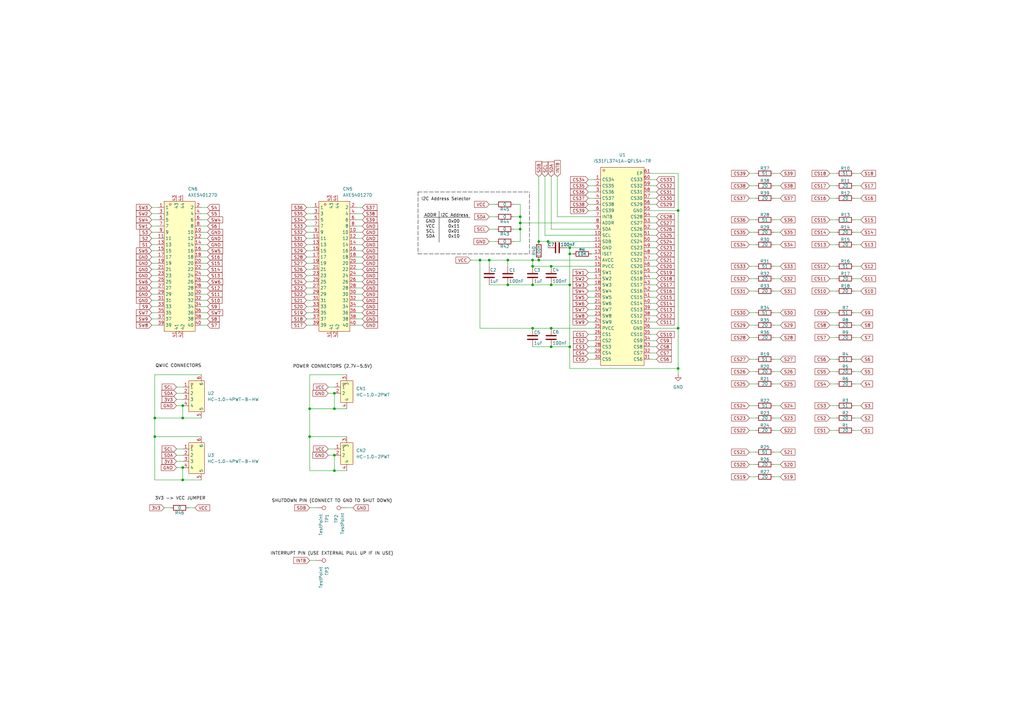
<source format=kicad_sch>
(kicad_sch (version 20250114) (generator "eeschema") (generator_version "9.0")
  (paper "A3")
  (title_block (title "ILM139CD") (date "27.4.2025.") (rev "V0.1.0") (company "EDrTech d.o.o."))
  (text "ADDR" (at 176.53 88.392 0) (effects (font (size 1.27 1.27))))
  (text "QWIIC CONNECTORS" (at 73.152 150.114 0) (effects (font (size 1.27 1.27))))
  (text "POWER CONNECTORS (2.7V-5.5V)" (at 136.398 150.368 0) (effects (font (size 1.27 1.27))))
  (text "3V3 -> VCC JUMPER" (at 73.914 204.47 0) (effects (font (size 1.27 1.27))))
  (text "SHUTDOWN PIN (CONNECT TO GND TO SHUT DOWN)" (at 136.144 205.486 0) (effects (font (size 1.27 1.27))))
  (text "INTERRUPT PIN (USE EXTERNAL PULL UP IF IN USE)" (at 136.144 227.076 0) (effects (font (size 1.27 1.27))))
  (text "GND\nVCC\nSCL\nSDA\n" (at 176.53 93.98 0) (effects (font (size 1.27 1.27))))
  (text "0x00\n0x11\n0x01\n0x10" (at 186.182 93.98 0) (effects (font (size 1.27 1.27))))
  (text "I2C Address" (at 186.436 88.392 0) (effects (font (size 1.27 1.27))))
  (junction (at 224.79 99.06))
  (junction (at 137.16 161.29))
  (junction (at 74.93 166.37))
  (junction (at 208.28 116.84))
  (junction (at 137.16 186.69))
  (junction (at 218.44 134.62))
  (junction (at 74.93 171.45))
  (junction (at 127 179.07))
  (junction (at 278.13 134.62))
  (junction (at 220.98 99.06))
  (junction (at 233.68 104.14))
  (junction (at 213.36 93.98))
  (junction (at 233.68 116.84))
  (junction (at 63.5 179.07))
  (junction (at 218.44 116.84))
  (junction (at 137.16 193.04))
  (junction (at 226.06 109.22))
  (junction (at 213.36 91.44))
  (junction (at 127 167.64))
  (junction (at 226.06 134.62))
  (junction (at 63.5 171.45))
  (junction (at 220.98 106.68))
  (junction (at 74.93 191.77))
  (junction (at 196.85 106.68))
  (junction (at 218.44 106.68))
  (junction (at 233.68 142.24))
  (junction (at 226.06 116.84))
  (junction (at 208.28 106.68))
  (junction (at 200.66 106.68))
  (junction (at 74.93 196.85))
  (junction (at 218.44 109.22))
  (junction (at 278.13 86.36))
  (junction (at 278.13 151.13))
  (junction (at 137.16 167.64))
  (junction (at 233.68 101.6))
  (junction (at 226.06 142.24))
  (junction (at 213.36 88.9))
  (wire (pts (xy 266.7 142.24) (xy 269.24 142.24)))
  (wire (pts (xy 340.36 76.2) (xy 342.9 76.2)))
  (wire (pts (xy 148.59 85.09) (xy 146.05 85.09)))
  (wire (pts (xy 72.39 186.69) (xy 74.93 186.69)))
  (wire (pts (xy 320.04 171.45) (xy 317.5 171.45)))
  (wire (pts (xy 128.27 97.79) (xy 125.73 97.79)))
  (wire (pts (xy 134.62 158.75) (xy 137.16 158.75)))
  (wire (pts (xy 200.66 83.82) (xy 203.2 83.82)))
  (wire (pts (xy 232.41 101.6) (xy 233.68 101.6)))
  (wire (pts (xy 266.7 124.46) (xy 269.24 124.46)))
  (wire (pts (xy 307.34 152.4) (xy 309.88 152.4)))
  (wire (pts (xy 228.6 88.9) (xy 243.84 88.9)))
  (wire (pts (xy 85.09 128.27) (xy 82.55 128.27)))
  (wire (pts (xy 223.52 72.39) (xy 223.52 96.52)))
  (wire (pts (xy 137.16 161.29) (xy 137.16 167.64)))
  (wire (pts (xy 148.59 120.65) (xy 146.05 120.65)))
  (wire (pts (xy 266.7 93.98) (xy 269.24 93.98)))
  (wire (pts (xy 128.27 113.03) (xy 125.73 113.03)))
  (wire (pts (xy 241.3 83.82) (xy 243.84 83.82)))
  (wire (pts (xy 226.06 72.39) (xy 226.06 93.98)))
  (wire (pts (xy 266.7 78.74) (xy 269.24 78.74)))
  (wire (pts (xy 128.27 133.35) (xy 125.73 133.35)))
  (wire (pts (xy 148.59 115.57) (xy 146.05 115.57)))
  (wire (pts (xy 353.06 76.2) (xy 350.52 76.2)))
  (wire (pts (xy 85.09 107.95) (xy 82.55 107.95)))
  (wire (pts (xy 353.06 147.32) (xy 350.52 147.32)))
  (wire (pts (xy 340.36 109.22) (xy 342.9 109.22)))
  (wire (pts (xy 74.93 191.77) (xy 74.93 196.85)))
  (wire (pts (xy 307.34 138.43) (xy 309.88 138.43)))
  (wire (pts (xy 340.36 81.28) (xy 342.9 81.28)))
  (wire (pts (xy 266.7 99.06) (xy 269.24 99.06)))
  (wire (pts (xy 85.09 115.57) (xy 82.55 115.57)))
  (wire (pts (xy 353.06 100.33) (xy 350.52 100.33)))
  (wire (pts (xy 129.54 208.28) (xy 127 208.28)))
  (wire (pts (xy 307.34 157.48) (xy 309.88 157.48)))
  (wire (pts (xy 353.06 95.25) (xy 350.52 95.25)))
  (wire (pts (xy 64.77 92.71) (xy 62.23 92.71)))
  (wire (pts (xy 85.09 130.81) (xy 82.55 130.81)))
  (wire (pts (xy 128.27 100.33) (xy 125.73 100.33)))
  (wire (pts (xy 241.3 114.3) (xy 243.84 114.3)))
  (wire (pts (xy 266.7 111.76) (xy 269.24 111.76)))
  (wire (pts (xy 64.77 115.57) (xy 62.23 115.57)))
  (wire (pts (xy 320.04 152.4) (xy 317.5 152.4)))
  (wire (pts (xy 127 193.04) (xy 137.16 193.04)))
  (wire (pts (xy 213.36 91.44) (xy 243.84 91.44)))
  (wire (pts (xy 72.39 158.75) (xy 74.93 158.75)))
  (wire (pts (xy 63.5 179.07) (xy 63.5 196.85)))
  (wire (pts (xy 64.77 95.25) (xy 62.23 95.25)))
  (wire (pts (xy 353.06 138.43) (xy 350.52 138.43)))
  (wire (pts (xy 226.06 142.24) (xy 233.68 142.24)))
  (wire (pts (xy 320.04 195.58) (xy 317.5 195.58)))
  (wire (pts (xy 307.34 195.58) (xy 309.88 195.58)))
  (wire (pts (xy 266.7 119.38) (xy 269.24 119.38)))
  (wire (pts (xy 82.55 95.25) (xy 85.09 95.25)))
  (wire (pts (xy 307.34 185.42) (xy 309.88 185.42)))
  (wire (pts (xy 193.04 106.68) (xy 196.85 106.68)))
  (wire (pts (xy 307.34 133.35) (xy 309.88 133.35)))
  (wire (pts (xy 148.59 118.11) (xy 146.05 118.11)))
  (wire (pts (xy 148.59 97.79) (xy 146.05 97.79)))
  (wire (pts (xy 148.59 90.17) (xy 146.05 90.17)))
  (wire (pts (xy 142.24 153.67) (xy 127 153.67)))
  (wire (pts (xy 278.13 151.13) (xy 278.13 134.62)))
  (wire (pts (xy 210.82 99.06) (xy 213.36 99.06)))
  (wire (pts (xy 64.77 128.27) (xy 62.23 128.27)))
  (wire (pts (xy 62.23 110.49) (xy 64.77 110.49)))
  (wire (pts (xy 278.13 151.13) (xy 278.13 153.67)))
  (wire (pts (xy 134.62 186.69) (xy 137.16 186.69)))
  (wire (pts (xy 307.34 90.17) (xy 309.88 90.17)))
  (wire (pts (xy 85.09 120.65) (xy 82.55 120.65)))
  (wire (pts (xy 266.7 144.78) (xy 269.24 144.78)))
  (wire (pts (xy 218.44 134.62) (xy 196.85 134.62)))
  (wire (pts (xy 353.06 109.22) (xy 350.52 109.22)))
  (wire (pts (xy 218.44 134.62) (xy 226.06 134.62)))
  (wire (pts (xy 200.66 106.68) (xy 200.66 109.22)))
  (wire (pts (xy 128.27 92.71) (xy 125.73 92.71)))
  (wire (pts (xy 85.09 133.35) (xy 82.55 133.35)))
  (wire (pts (xy 148.59 102.87) (xy 146.05 102.87)))
  (wire (pts (xy 307.34 81.28) (xy 309.88 81.28)))
  (wire (pts (xy 353.06 81.28) (xy 350.52 81.28)))
  (wire (pts (xy 128.27 128.27) (xy 125.73 128.27)))
  (wire (pts (xy 241.3 111.76) (xy 243.84 111.76)))
  (wire (pts (xy 200.66 116.84) (xy 208.28 116.84)))
  (wire (pts (xy 128.27 95.25) (xy 125.73 95.25)))
  (wire (pts (xy 320.04 190.5) (xy 317.5 190.5)))
  (wire (pts (xy 307.34 176.53) (xy 309.88 176.53)))
  (wire (pts (xy 353.06 119.38) (xy 350.52 119.38)))
  (wire (pts (xy 266.7 109.22) (xy 269.24 109.22)))
  (wire (pts (xy 223.52 96.52) (xy 243.84 96.52)))
  (wire (pts (xy 64.77 97.79) (xy 62.23 97.79)))
  (wire (pts (xy 224.79 99.06) (xy 224.79 101.6)))
  (wire (pts (xy 266.7 81.28) (xy 269.24 81.28)))
  (wire (pts (xy 307.34 119.38) (xy 309.88 119.38)))
  (wire (pts (xy 241.3 142.24) (xy 243.84 142.24)))
  (wire (pts (xy 72.39 166.37) (xy 74.93 166.37)))
  (wire (pts (xy 307.34 166.37) (xy 309.88 166.37)))
  (wire (pts (xy 64.77 87.63) (xy 62.23 87.63)))
  (wire (pts (xy 307.34 171.45) (xy 309.88 171.45)))
  (wire (pts (xy 340.36 157.48) (xy 342.9 157.48)))
  (wire (pts (xy 353.06 152.4) (xy 350.52 152.4)))
  (wire (pts (xy 307.34 109.22) (xy 309.88 109.22)))
  (wire (pts (xy 85.09 125.73) (xy 82.55 125.73)))
  (wire (pts (xy 278.13 71.12) (xy 278.13 86.36)))
  (wire (pts (xy 353.06 176.53) (xy 350.52 176.53)))
  (wire (pts (xy 62.23 113.03) (xy 64.77 113.03)))
  (wire (pts (xy 74.93 196.85) (xy 82.55 196.85)))
  (wire (pts (xy 137.16 186.69) (xy 137.16 193.04)))
  (wire (pts (xy 128.27 85.09) (xy 125.73 85.09)))
  (wire (pts (xy 241.3 137.16) (xy 243.84 137.16)))
  (wire (pts (xy 320.04 114.3) (xy 317.5 114.3)))
  (wire (pts (xy 340.36 114.3) (xy 342.9 114.3)))
  (wire (pts (xy 128.27 90.17) (xy 125.73 90.17)))
  (wire (pts (xy 266.7 137.16) (xy 269.24 137.16)))
  (wire (pts (xy 82.55 179.07) (xy 63.5 179.07)))
  (wire (pts (xy 266.7 116.84) (xy 269.24 116.84)))
  (wire (pts (xy 266.7 121.92) (xy 269.24 121.92)))
  (wire (pts (xy 226.06 93.98) (xy 243.84 93.98)))
  (wire (pts (xy 320.04 147.32) (xy 317.5 147.32)))
  (polyline (pts (xy 217.17 104.14) (xy 217.17 78.74)) (stroke (width 0) (type dash) (color 0 0 0 1)))
  (wire (pts (xy 213.36 88.9) (xy 213.36 83.82)))
  (wire (pts (xy 233.68 101.6) (xy 233.68 104.14)))
  (wire (pts (xy 233.68 104.14) (xy 233.68 116.84)))
  (wire (pts (xy 62.23 120.65) (xy 64.77 120.65)))
  (wire (pts (xy 340.36 147.32) (xy 342.9 147.32)))
  (wire (pts (xy 220.98 106.68) (xy 243.84 106.68)))
  (wire (pts (xy 196.85 106.68) (xy 196.85 134.62)))
  (wire (pts (xy 218.44 142.24) (xy 226.06 142.24)))
  (wire (pts (xy 233.68 142.24) (xy 233.68 151.13)))
  (wire (pts (xy 85.09 90.17) (xy 82.55 90.17)))
  (wire (pts (xy 64.77 133.35) (xy 62.23 133.35)))
  (wire (pts (xy 220.98 72.39) (xy 220.98 99.06)))
  (wire (pts (xy 62.23 100.33) (xy 64.77 100.33)))
  (wire (pts (xy 210.82 93.98) (xy 213.36 93.98)))
  (wire (pts (xy 307.34 100.33) (xy 309.88 100.33)))
  (wire (pts (xy 148.59 113.03) (xy 146.05 113.03)))
  (wire (pts (xy 142.24 208.28) (xy 144.78 208.28)))
  (wire (pts (xy 320.04 166.37) (xy 317.5 166.37)))
  (wire (pts (xy 82.55 153.67) (xy 63.5 153.67)))
  (wire (pts (xy 196.85 106.68) (xy 200.66 106.68)))
  (wire (pts (xy 307.34 114.3) (xy 309.88 114.3)))
  (wire (pts (xy 226.06 134.62) (xy 243.84 134.62)))
  (wire (pts (xy 72.39 161.29) (xy 74.93 161.29)))
  (wire (pts (xy 142.24 179.07) (xy 127 179.07)))
  (wire (pts (xy 226.06 109.22) (xy 243.84 109.22)))
  (wire (pts (xy 320.04 133.35) (xy 317.5 133.35)))
  (wire (pts (xy 353.06 128.27) (xy 350.52 128.27)))
  (wire (pts (xy 85.09 110.49) (xy 82.55 110.49)))
  (wire (pts (xy 62.23 123.19) (xy 64.77 123.19)))
  (wire (pts (xy 307.34 128.27) (xy 309.88 128.27)))
  (wire (pts (xy 129.54 229.87) (xy 127 229.87)))
  (wire (pts (xy 243.84 101.6) (xy 233.68 101.6)))
  (polyline (pts (xy 180.086 86.614) (xy 180.086 99.314)) (stroke (width 0) (color 0 0 0 1)))
  (polyline (pts (xy 173.736 89.154) (xy 192.786 89.154)) (stroke (width 0) (color 0 0 0 1)))
  (wire (pts (xy 148.59 130.81) (xy 146.05 130.81)))
  (wire (pts (xy 266.7 101.6) (xy 269.24 101.6)))
  (wire (pts (xy 63.5 196.85) (xy 74.93 196.85)))
  (wire (pts (xy 128.27 110.49) (xy 125.73 110.49)))
  (wire (pts (xy 233.68 116.84) (xy 233.68 142.24)))
  (wire (pts (xy 72.39 191.77) (xy 74.93 191.77)))
  (wire (pts (xy 241.3 132.08) (xy 243.84 132.08)))
  (wire (pts (xy 148.59 107.95) (xy 146.05 107.95)))
  (wire (pts (xy 340.36 71.12) (xy 342.9 71.12)))
  (wire (pts (xy 340.36 100.33) (xy 342.9 100.33)))
  (wire (pts (xy 128.27 130.81) (xy 125.73 130.81)))
  (wire (pts (xy 85.09 123.19) (xy 82.55 123.19)))
  (wire (pts (xy 64.77 130.81) (xy 62.23 130.81)))
  (wire (pts (xy 320.04 185.42) (xy 317.5 185.42)))
  (wire (pts (xy 63.5 171.45) (xy 74.93 171.45)))
  (wire (pts (xy 218.44 106.68) (xy 220.98 106.68)))
  (wire (pts (xy 340.36 133.35) (xy 342.9 133.35)))
  (wire (pts (xy 233.68 104.14) (xy 234.95 104.14)))
  (wire (pts (xy 266.7 91.44) (xy 269.24 91.44)))
  (wire (pts (xy 137.16 167.64) (xy 142.24 167.64)))
  (wire (pts (xy 278.13 86.36) (xy 266.7 86.36)))
  (wire (pts (xy 85.09 87.63) (xy 82.55 87.63)))
  (wire (pts (xy 218.44 106.68) (xy 218.44 109.22)))
  (wire (pts (xy 340.36 95.25) (xy 342.9 95.25)))
  (wire (pts (xy 266.7 71.12) (xy 278.13 71.12)))
  (wire (pts (xy 128.27 87.63) (xy 125.73 87.63)))
  (polyline (pts (xy 171.45 78.74) (xy 217.17 78.74)) (stroke (width 0) (type dash) (color 0 0 0 1)))
  (wire (pts (xy 340.36 171.45) (xy 342.9 171.45)))
  (wire (pts (xy 63.5 153.67) (xy 63.5 171.45)))
  (wire (pts (xy 233.68 151.13) (xy 278.13 151.13)))
  (wire (pts (xy 320.04 81.28) (xy 317.5 81.28)))
  (wire (pts (xy 213.36 83.82) (xy 210.82 83.82)))
  (wire (pts (xy 307.34 71.12) (xy 309.88 71.12)))
  (wire (pts (xy 241.3 124.46) (xy 243.84 124.46)))
  (wire (pts (xy 320.04 100.33) (xy 317.5 100.33)))
  (wire (pts (xy 320.04 138.43) (xy 317.5 138.43)))
  (wire (pts (xy 241.3 129.54) (xy 243.84 129.54)))
  (wire (pts (xy 148.59 95.25) (xy 146.05 95.25)))
  (wire (pts (xy 266.7 127) (xy 269.24 127)))
  (wire (pts (xy 82.55 100.33) (xy 85.09 100.33)))
  (wire (pts (xy 241.3 121.92) (xy 243.84 121.92)))
  (wire (pts (xy 320.04 71.12) (xy 317.5 71.12)))
  (wire (pts (xy 148.59 110.49) (xy 146.05 110.49)))
  (wire (pts (xy 307.34 95.25) (xy 309.88 95.25)))
  (wire (pts (xy 320.04 90.17) (xy 317.5 90.17)))
  (wire (pts (xy 226.06 116.84) (xy 233.68 116.84)))
  (wire (pts (xy 134.62 184.15) (xy 137.16 184.15)))
  (wire (pts (xy 62.23 107.95) (xy 64.77 107.95)))
  (wire (pts (xy 128.27 115.57) (xy 125.73 115.57)))
  (wire (pts (xy 242.57 104.14) (xy 243.84 104.14)))
  (wire (pts (xy 210.82 88.9) (xy 213.36 88.9)))
  (wire (pts (xy 307.34 76.2) (xy 309.88 76.2)))
  (wire (pts (xy 213.36 91.44) (xy 213.36 88.9)))
  (polyline (pts (xy 171.45 78.74) (xy 171.45 104.14)) (stroke (width 0) (type dash) (color 0 0 0 1)))
  (wire (pts (xy 85.09 118.11) (xy 82.55 118.11)))
  (wire (pts (xy 220.98 99.06) (xy 224.79 99.06)))
  (wire (pts (xy 241.3 144.78) (xy 243.84 144.78)))
  (wire (pts (xy 208.28 116.84) (xy 218.44 116.84)))
  (wire (pts (xy 72.39 184.15) (xy 74.93 184.15)))
  (wire (pts (xy 67.31 208.28) (xy 69.85 208.28)))
  (wire (pts (xy 241.3 76.2) (xy 243.84 76.2)))
  (wire (pts (xy 64.77 102.87) (xy 62.23 102.87)))
  (wire (pts (xy 218.44 116.84) (xy 226.06 116.84)))
  (wire (pts (xy 85.09 113.03) (xy 82.55 113.03)))
  (wire (pts (xy 340.36 128.27) (xy 342.9 128.27)))
  (wire (pts (xy 127 153.67) (xy 127 167.64)))
  (wire (pts (xy 266.7 147.32) (xy 269.24 147.32)))
  (wire (pts (xy 266.7 114.3) (xy 269.24 114.3)))
  (wire (pts (xy 241.3 127) (xy 243.84 127)))
  (wire (pts (xy 64.77 125.73) (xy 62.23 125.73)))
  (wire (pts (xy 127 167.64) (xy 127 179.07)))
  (wire (pts (xy 148.59 105.41) (xy 146.05 105.41)))
  (wire (pts (xy 340.36 119.38) (xy 342.9 119.38)))
  (wire (pts (xy 128.27 105.41) (xy 125.73 105.41)))
  (wire (pts (xy 340.36 90.17) (xy 342.9 90.17)))
  (wire (pts (xy 137.16 193.04) (xy 142.24 193.04)))
  (wire (pts (xy 266.7 73.66) (xy 269.24 73.66)))
  (wire (pts (xy 266.7 132.08) (xy 269.24 132.08)))
  (wire (pts (xy 200.66 99.06) (xy 203.2 99.06)))
  (wire (pts (xy 85.09 105.41) (xy 82.55 105.41)))
  (wire (pts (xy 72.39 163.83) (xy 74.93 163.83)))
  (wire (pts (xy 320.04 76.2) (xy 317.5 76.2)))
  (wire (pts (xy 200.66 93.98) (xy 203.2 93.98)))
  (wire (pts (xy 85.09 102.87) (xy 82.55 102.87)))
  (wire (pts (xy 266.7 83.82) (xy 269.24 83.82)))
  (wire (pts (xy 85.09 92.71) (xy 82.55 92.71)))
  (wire (pts (xy 320.04 119.38) (xy 317.5 119.38)))
  (wire (pts (xy 353.06 171.45) (xy 350.52 171.45)))
  (wire (pts (xy 241.3 81.28) (xy 243.84 81.28)))
  (wire (pts (xy 353.06 157.48) (xy 350.52 157.48)))
  (wire (pts (xy 82.55 97.79) (xy 85.09 97.79)))
  (wire (pts (xy 62.23 105.41) (xy 64.77 105.41)))
  (wire (pts (xy 353.06 114.3) (xy 350.52 114.3)))
  (wire (pts (xy 218.44 109.22) (xy 226.06 109.22)))
  (wire (pts (xy 320.04 109.22) (xy 317.5 109.22)))
  (wire (pts (xy 64.77 90.17) (xy 62.23 90.17)))
  (wire (pts (xy 241.3 139.7) (xy 243.84 139.7)))
  (wire (pts (xy 307.34 147.32) (xy 309.88 147.32)))
  (wire (pts (xy 241.3 78.74) (xy 243.84 78.74)))
  (wire (pts (xy 278.13 86.36) (xy 278.13 134.62)))
  (wire (pts (xy 148.59 128.27) (xy 146.05 128.27)))
  (wire (pts (xy 148.59 100.33) (xy 146.05 100.33)))
  (wire (pts (xy 224.79 99.06) (xy 243.84 99.06)))
  (wire (pts (xy 74.93 171.45) (xy 82.55 171.45)))
  (wire (pts (xy 200.66 88.9) (xy 203.2 88.9)))
  (wire (pts (xy 127 167.64) (xy 137.16 167.64)))
  (wire (pts (xy 266.7 104.14) (xy 269.24 104.14)))
  (wire (pts (xy 128.27 107.95) (xy 125.73 107.95)))
  (wire (pts (xy 266.7 129.54) (xy 269.24 129.54)))
  (wire (pts (xy 134.62 161.29) (xy 137.16 161.29)))
  (wire (pts (xy 340.36 166.37) (xy 342.9 166.37)))
  (wire (pts (xy 62.23 118.11) (xy 64.77 118.11)))
  (wire (pts (xy 148.59 133.35) (xy 146.05 133.35)))
  (wire (pts (xy 241.3 73.66) (xy 243.84 73.66)))
  (wire (pts (xy 128.27 123.19) (xy 125.73 123.19)))
  (wire (pts (xy 320.04 157.48) (xy 317.5 157.48)))
  (polyline (pts (xy 171.45 104.14) (xy 217.17 104.14)) (stroke (width 0) (type dash) (color 0 0 0 1)))
  (wire (pts (xy 208.28 106.68) (xy 208.28 109.22)))
  (wire (pts (xy 320.04 176.53) (xy 317.5 176.53)))
  (wire (pts (xy 278.13 134.62) (xy 266.7 134.62)))
  (wire (pts (xy 266.7 139.7) (xy 269.24 139.7)))
  (wire (pts (xy 208.28 106.68) (xy 218.44 106.68)))
  (wire (pts (xy 307.34 190.5) (xy 309.88 190.5)))
  (wire (pts (xy 266.7 88.9) (xy 269.24 88.9)))
  (wire (pts (xy 340.36 138.43) (xy 342.9 138.43)))
  (wire (pts (xy 77.47 208.28) (xy 80.01 208.28)))
  (wire (pts (xy 340.36 152.4) (xy 342.9 152.4)))
  (wire (pts (xy 128.27 102.87) (xy 125.73 102.87)))
  (wire (pts (xy 64.77 85.09) (xy 62.23 85.09)))
  (wire (pts (xy 353.06 90.17) (xy 350.52 90.17)))
  (wire (pts (xy 213.36 99.06) (xy 213.36 93.98)))
  (wire (pts (xy 200.66 106.68) (xy 208.28 106.68)))
  (wire (pts (xy 85.09 85.09) (xy 82.55 85.09)))
  (wire (pts (xy 148.59 87.63) (xy 146.05 87.63)))
  (wire (pts (xy 74.93 166.37) (xy 74.93 171.45)))
  (wire (pts (xy 213.36 93.98) (xy 213.36 91.44)))
  (wire (pts (xy 340.36 176.53) (xy 342.9 176.53)))
  (wire (pts (xy 128.27 118.11) (xy 125.73 118.11)))
  (wire (pts (xy 241.3 147.32) (xy 243.84 147.32)))
  (wire (pts (xy 228.6 72.39) (xy 228.6 88.9)))
  (wire (pts (xy 148.59 123.19) (xy 146.05 123.19)))
  (wire (pts (xy 241.3 86.36) (xy 243.84 86.36)))
  (wire (pts (xy 63.5 179.07) (xy 63.5 171.45)))
  (wire (pts (xy 127 179.07) (xy 127 193.04)))
  (wire (pts (xy 266.7 106.68) (xy 269.24 106.68)))
  (wire (pts (xy 148.59 125.73) (xy 146.05 125.73)))
  (wire (pts (xy 241.3 119.38) (xy 243.84 119.38)))
  (wire (pts (xy 148.59 92.71) (xy 146.05 92.71)))
  (wire (pts (xy 320.04 95.25) (xy 317.5 95.25)))
  (wire (pts (xy 72.39 189.23) (xy 74.93 189.23)))
  (wire (pts (xy 353.06 133.35) (xy 350.52 133.35)))
  (wire (pts (xy 266.7 76.2) (xy 269.24 76.2)))
  (wire (pts (xy 353.06 71.12) (xy 350.52 71.12)))
  (wire (pts (xy 266.7 96.52) (xy 269.24 96.52)))
  (wire (pts (xy 128.27 125.73) (xy 125.73 125.73)))
  (wire (pts (xy 320.04 128.27) (xy 317.5 128.27)))
  (wire (pts (xy 128.27 120.65) (xy 125.73 120.65)))
  (wire (pts (xy 353.06 166.37) (xy 350.52 166.37)))
  (wire (pts (xy 241.3 116.84) (xy 243.84 116.84)))
  (label "I2C Address Selector" (at 172.72 82.55 0))
  (global_label "GND" (shape input) (at 148.59 105.41 0) (property "Intersheetrefs" "${INTERSHEET_REFS}" (effects (hide yes))))
  (global_label "GND" (shape input) (at 62.23 110.49 180) (property "Intersheetrefs" "${INTERSHEET_REFS}" (effects (hide yes))))
  (global_label "SDB" (shape input) (at 127 208.28 180) (property "Intersheetrefs" "${INTERSHEET_REFS}" (effects (hide yes))))
  (global_label "INTB" (shape input) (at 228.6 72.39 90) (property "Intersheetrefs" "${INTERSHEET_REFS}" (effects (hide yes))))
  (global_label "CS4" (shape input) (at 340.36 157.48 180) (property "Intersheetrefs" "${INTERSHEET_REFS}" (effects (hide yes))))
  (global_label "GND" (shape input) (at 200.66 99.06 180) (property "Intersheetrefs" "${INTERSHEET_REFS}" (effects (hide yes))))
  (global_label "S1" (shape input) (at 353.06 176.53 0) (property "Intersheetrefs" "${INTERSHEET_REFS}" (effects (hide yes))))
  (global_label "CS32" (shape input) (at 269.24 76.2 0) (property "Intersheetrefs" "${INTERSHEET_REFS}" (effects (hide yes))))
  (global_label "GND" (shape input) (at 148.59 110.49 0) (property "Intersheetrefs" "${INTERSHEET_REFS}" (effects (hide yes))))
  (global_label "SW6" (shape input) (at 62.23 115.57 180) (property "Intersheetrefs" "${INTERSHEET_REFS}" (effects (hide yes))))
  (global_label "S32" (shape input) (at 320.04 114.3 0) (property "Intersheetrefs" "${INTERSHEET_REFS}" (effects (hide yes))))
  (global_label "CS24" (shape input) (at 269.24 99.06 0) (property "Intersheetrefs" "${INTERSHEET_REFS}" (effects (hide yes))))
  (global_label "S19" (shape input) (at 125.73 128.27 180) (property "Intersheetrefs" "${INTERSHEET_REFS}" (effects (hide yes))))
  (global_label "CS13" (shape input) (at 269.24 127 0) (property "Intersheetrefs" "${INTERSHEET_REFS}" (effects (hide yes))))
  (global_label "CS36" (shape input) (at 307.34 90.17 180) (property "Intersheetrefs" "${INTERSHEET_REFS}" (effects (hide yes))))
  (global_label "S2" (shape input) (at 353.06 171.45 0) (property "Intersheetrefs" "${INTERSHEET_REFS}" (effects (hide yes))))
  (global_label "CS35" (shape input) (at 307.34 95.25 180) (property "Intersheetrefs" "${INTERSHEET_REFS}" (effects (hide yes))))
  (global_label "S22" (shape input) (at 320.04 176.53 0) (property "Intersheetrefs" "${INTERSHEET_REFS}" (effects (hide yes))))
  (global_label "CS3" (shape input) (at 241.3 142.24 180) (property "Intersheetrefs" "${INTERSHEET_REFS}" (effects (hide yes))))
  (global_label "S9" (shape input) (at 353.06 128.27 0) (property "Intersheetrefs" "${INTERSHEET_REFS}" (effects (hide yes))))
  (global_label "S26" (shape input) (at 125.73 110.49 180) (property "Intersheetrefs" "${INTERSHEET_REFS}" (effects (hide yes))))
  (global_label "S1" (shape input) (at 62.23 100.33 180) (property "Intersheetrefs" "${INTERSHEET_REFS}" (effects (hide yes))))
  (global_label "S32" (shape input) (at 125.73 95.25 180) (property "Intersheetrefs" "${INTERSHEET_REFS}" (effects (hide yes))))
  (global_label "S37" (shape input) (at 148.59 85.09 0) (property "Intersheetrefs" "${INTERSHEET_REFS}" (effects (hide yes))))
  (global_label "S20" (shape input) (at 125.73 125.73 180) (property "Intersheetrefs" "${INTERSHEET_REFS}" (effects (hide yes))))
  (global_label "S10" (shape input) (at 85.09 123.19 0) (property "Intersheetrefs" "${INTERSHEET_REFS}" (effects (hide yes))))
  (global_label "S11" (shape input) (at 85.09 120.65 0) (property "Intersheetrefs" "${INTERSHEET_REFS}" (effects (hide yes))))
  (global_label "SW8" (shape input) (at 241.3 129.54 180) (property "Intersheetrefs" "${INTERSHEET_REFS}" (effects (hide yes))))
  (global_label "CS28" (shape input) (at 269.24 88.9 0) (property "Intersheetrefs" "${INTERSHEET_REFS}" (effects (hide yes))))
  (global_label "SW2" (shape input) (at 241.3 114.3 180) (property "Intersheetrefs" "${INTERSHEET_REFS}" (effects (hide yes))))
  (global_label "CS9" (shape input) (at 269.24 139.7 0) (property "Intersheetrefs" "${INTERSHEET_REFS}" (effects (hide yes))))
  (global_label "CS2" (shape input) (at 340.36 171.45 180) (property "Intersheetrefs" "${INTERSHEET_REFS}" (effects (hide yes))))
  (global_label "GND" (shape input) (at 85.09 95.25 0) (property "Intersheetrefs" "${INTERSHEET_REFS}" (effects (hide yes))))
  (global_label "S31" (shape input) (at 320.04 119.38 0) (property "Intersheetrefs" "${INTERSHEET_REFS}" (effects (hide yes))))
  (global_label "S37" (shape input) (at 320.04 81.28 0) (property "Intersheetrefs" "${INTERSHEET_REFS}" (effects (hide yes))))
  (global_label "S23" (shape input) (at 320.04 171.45 0) (property "Intersheetrefs" "${INTERSHEET_REFS}" (effects (hide yes))))
  (global_label "S14" (shape input) (at 353.06 95.25 0) (property "Intersheetrefs" "${INTERSHEET_REFS}" (effects (hide yes))))
  (global_label "SW3" (shape input) (at 62.23 85.09 180) (property "Intersheetrefs" "${INTERSHEET_REFS}" (effects (hide yes))))
  (global_label "SW6" (shape input) (at 85.09 115.57 0) (property "Intersheetrefs" "${INTERSHEET_REFS}" (effects (hide yes))))
  (global_label "CS8" (shape input) (at 269.24 142.24 0) (property "Intersheetrefs" "${INTERSHEET_REFS}" (effects (hide yes))))
  (global_label "CS28" (shape input) (at 307.34 138.43 180) (property "Intersheetrefs" "${INTERSHEET_REFS}" (effects (hide yes))))
  (global_label "S9" (shape input) (at 85.09 125.73 0) (property "Intersheetrefs" "${INTERSHEET_REFS}" (effects (hide yes))))
  (global_label "SW5" (shape input) (at 85.09 102.87 0) (property "Intersheetrefs" "${INTERSHEET_REFS}" (effects (hide yes))))
  (global_label "CS12" (shape input) (at 269.24 129.54 0) (property "Intersheetrefs" "${INTERSHEET_REFS}" (effects (hide yes))))
  (global_label "CS14" (shape input) (at 269.24 124.46 0) (property "Intersheetrefs" "${INTERSHEET_REFS}" (effects (hide yes))))
  (global_label "S13" (shape input) (at 85.09 113.03 0) (property "Intersheetrefs" "${INTERSHEET_REFS}" (effects (hide yes))))
  (global_label "SCL" (shape input) (at 200.66 93.98 180) (property "Intersheetrefs" "${INTERSHEET_REFS}" (effects (hide yes))))
  (global_label "GND" (shape input) (at 148.5191 128.27 0) (property "Intersheetrefs" "${INTERSHEET_REFS}" (effects (hide yes))))
  (global_label "S34" (shape input) (at 320.04 100.33 0) (property "Intersheetrefs" "${INTERSHEET_REFS}" (effects (hide yes))))
  (global_label "S31" (shape input) (at 125.73 97.79 180) (property "Intersheetrefs" "${INTERSHEET_REFS}" (effects (hide yes))))
  (global_label "CS10" (shape input) (at 269.24 137.16 0) (property "Intersheetrefs" "${INTERSHEET_REFS}" (effects (hide yes))))
  (global_label "CS16" (shape input) (at 269.24 119.38 0) (property "Intersheetrefs" "${INTERSHEET_REFS}" (effects (hide yes))))
  (global_label "CS18" (shape input) (at 340.36 71.12 180) (property "Intersheetrefs" "${INTERSHEET_REFS}" (effects (hide yes))))
  (global_label "CS29" (shape input) (at 307.34 133.35 180) (property "Intersheetrefs" "${INTERSHEET_REFS}" (effects (hide yes))))
  (global_label "CS9" (shape input) (at 340.36 128.27 180) (property "Intersheetrefs" "${INTERSHEET_REFS}" (effects (hide yes))))
  (global_label "S35" (shape input) (at 125.73 87.63 180) (property "Intersheetrefs" "${INTERSHEET_REFS}" (effects (hide yes))))
  (global_label "GND" (shape input) (at 62.23 107.95 180) (property "Intersheetrefs" "${INTERSHEET_REFS}" (effects (hide yes))))
  (global_label "VCC" (shape input) (at 134.62 184.15 180) (property "Intersheetrefs" "${INTERSHEET_REFS}" (effects (hide yes))))
  (global_label "S11" (shape input) (at 353.06 114.3 0) (property "Intersheetrefs" "${INTERSHEET_REFS}" (effects (hide yes))))
  (global_label "S20" (shape input) (at 320.04 190.5 0) (property "Intersheetrefs" "${INTERSHEET_REFS}" (effects (hide yes))))
  (global_label "GND" (shape input) (at 148.59 113.03 0) (property "Intersheetrefs" "${INTERSHEET_REFS}" (effects (hide yes))))
  (global_label "S6" (shape input) (at 85.09 92.71 0) (property "Intersheetrefs" "${INTERSHEET_REFS}" (effects (hide yes))))
  (global_label "S17" (shape input) (at 125.73 133.35 180) (property "Intersheetrefs" "${INTERSHEET_REFS}" (effects (hide yes))))
  (global_label "CS38" (shape input) (at 307.34 76.2 180) (property "Intersheetrefs" "${INTERSHEET_REFS}" (effects (hide yes))))
  (global_label "S10" (shape input) (at 353.06 119.38 0) (property "Intersheetrefs" "${INTERSHEET_REFS}" (effects (hide yes))))
  (global_label "GND" (shape input) (at 72.39 191.77 180) (property "Intersheetrefs" "${INTERSHEET_REFS}" (effects (hide yes))))
  (global_label "CS8" (shape input) (at 340.36 133.35 180) (property "Intersheetrefs" "${INTERSHEET_REFS}" (effects (hide yes))))
  (global_label "SCL" (shape input) (at 223.52 72.39 90) (property "Intersheetrefs" "${INTERSHEET_REFS}" (effects (hide yes))))
  (global_label "S26" (shape input) (at 320.04 152.4 0) (property "Intersheetrefs" "${INTERSHEET_REFS}" (effects (hide yes))))
  (global_label "SW4" (shape input) (at 241.3 119.38 180) (property "Intersheetrefs" "${INTERSHEET_REFS}" (effects (hide yes))))
  (global_label "S28" (shape input) (at 320.04 138.43 0) (property "Intersheetrefs" "${INTERSHEET_REFS}" (effects (hide yes))))
  (global_label "CS24" (shape input) (at 307.34 166.37 180) (property "Intersheetrefs" "${INTERSHEET_REFS}" (effects (hide yes))))
  (global_label "CS30" (shape input) (at 269.24 81.28 0) (property "Intersheetrefs" "${INTERSHEET_REFS}" (effects (hide yes))))
  (global_label "S35" (shape input) (at 320.04 95.25 0) (property "Intersheetrefs" "${INTERSHEET_REFS}" (effects (hide yes))))
  (global_label "S15" (shape input) (at 85.09 107.95 0) (property "Intersheetrefs" "${INTERSHEET_REFS}" (effects (hide yes))))
  (global_label "CS19" (shape input) (at 307.34 195.58 180) (property "Intersheetrefs" "${INTERSHEET_REFS}" (effects (hide yes))))
  (global_label "S12" (shape input) (at 85.09 118.11 0) (property "Intersheetrefs" "${INTERSHEET_REFS}" (effects (hide yes))))
  (global_label "S24" (shape input) (at 320.04 166.37 0) (property "Intersheetrefs" "${INTERSHEET_REFS}" (effects (hide yes))))
  (global_label "GND" (shape input) (at 148.59 118.11 0) (property "Intersheetrefs" "${INTERSHEET_REFS}" (effects (hide yes))))
  (global_label "CS20" (shape input) (at 307.34 190.5 180) (property "Intersheetrefs" "${INTERSHEET_REFS}" (effects (hide yes))))
  (global_label "CS31" (shape input) (at 269.24 78.74 0) (property "Intersheetrefs" "${INTERSHEET_REFS}" (effects (hide yes))))
  (global_label "CS6" (shape input) (at 340.36 147.32 180) (property "Intersheetrefs" "${INTERSHEET_REFS}" (effects (hide yes))))
  (global_label "VCC" (shape input) (at 200.66 83.82 180) (property "Intersheetrefs" "${INTERSHEET_REFS}" (effects (hide yes))))
  (global_label "S7" (shape input) (at 85.09 133.35 0) (property "Intersheetrefs" "${INTERSHEET_REFS}" (effects (hide yes))))
  (global_label "CS5" (shape input) (at 241.3 147.32 180) (property "Intersheetrefs" "${INTERSHEET_REFS}" (effects (hide yes))))
  (global_label "SDB" (shape input) (at 220.98 72.39 90) (property "Intersheetrefs" "${INTERSHEET_REFS}" (effects (hide yes))))
  (global_label "GND" (shape input) (at 85.09 100.33 0) (property "Intersheetrefs" "${INTERSHEET_REFS}" (effects (hide yes))))
  (global_label "GND" (shape input) (at 134.62 161.29 180) (property "Intersheetrefs" "${INTERSHEET_REFS}" (effects (hide yes))))
  (global_label "CS15" (shape input) (at 269.24 121.92 0) (property "Intersheetrefs" "${INTERSHEET_REFS}" (effects (hide yes))))
  (global_label "S14" (shape input) (at 85.09 110.49 0) (property "Intersheetrefs" "${INTERSHEET_REFS}" (effects (hide yes))))
  (global_label "CS33" (shape input) (at 307.34 109.22 180) (property "Intersheetrefs" "${INTERSHEET_REFS}" (effects (hide yes))))
  (global_label "S13" (shape input) (at 353.06 100.33 0) (property "Intersheetrefs" "${INTERSHEET_REFS}" (effects (hide yes))))
  (global_label "S18" (shape input) (at 125.73 130.81 180) (property "Intersheetrefs" "${INTERSHEET_REFS}" (effects (hide yes))))
  (global_label "S8" (shape input) (at 353.06 133.35 0) (property "Intersheetrefs" "${INTERSHEET_REFS}" (effects (hide yes))))
  (global_label "CS20" (shape input) (at 269.24 109.22 0) (property "Intersheetrefs" "${INTERSHEET_REFS}" (effects (hide yes))))
  (global_label "CS16" (shape input) (at 340.36 81.28 180) (property "Intersheetrefs" "${INTERSHEET_REFS}" (effects (hide yes))))
  (global_label "S38" (shape input) (at 148.59 87.63 0) (property "Intersheetrefs" "${INTERSHEET_REFS}" (effects (hide yes))))
  (global_label "GND" (shape input) (at 148.59 120.65 0) (property "Intersheetrefs" "${INTERSHEET_REFS}" (effects (hide yes))))
  (global_label "SW1" (shape input) (at 241.3 111.76 180) (property "Intersheetrefs" "${INTERSHEET_REFS}" (effects (hide yes))))
  (global_label "CS6" (shape input) (at 269.24 147.32 0) (property "Intersheetrefs" "${INTERSHEET_REFS}" (effects (hide yes))))
  (global_label "S2" (shape input) (at 62.23 97.79 180) (property "Intersheetrefs" "${INTERSHEET_REFS}" (effects (hide yes))))
  (global_label "CS21" (shape input) (at 269.24 106.68 0) (property "Intersheetrefs" "${INTERSHEET_REFS}" (effects (hide yes))))
  (global_label "S15" (shape input) (at 353.06 90.17 0) (property "Intersheetrefs" "${INTERSHEET_REFS}" (effects (hide yes))))
  (global_label "CS5" (shape input) (at 340.36 152.4 180) (property "Intersheetrefs" "${INTERSHEET_REFS}" (effects (hide yes))))
  (global_label "S4" (shape input) (at 85.09 85.09 0) (property "Intersheetrefs" "${INTERSHEET_REFS}" (effects (hide yes))))
  (global_label "GND" (shape input) (at 148.59 97.79 0) (property "Intersheetrefs" "${INTERSHEET_REFS}" (effects (hide yes))))
  (global_label "SW5" (shape input) (at 241.3 121.92 180) (property "Intersheetrefs" "${INTERSHEET_REFS}" (effects (hide yes))))
  (global_label "SW5" (shape input) (at 62.23 102.87 180) (property "Intersheetrefs" "${INTERSHEET_REFS}" (effects (hide yes))))
  (global_label "S33" (shape input) (at 320.04 109.22 0) (property "Intersheetrefs" "${INTERSHEET_REFS}" (effects (hide yes))))
  (global_label "GND" (shape input) (at 148.59 125.73 0) (property "Intersheetrefs" "${INTERSHEET_REFS}" (effects (hide yes))))
  (global_label "GND" (shape input) (at 62.23 105.41 180) (property "Intersheetrefs" "${INTERSHEET_REFS}" (effects (hide yes))))
  (global_label "GND" (shape input) (at 62.23 120.65 180) (property "Intersheetrefs" "${INTERSHEET_REFS}" (effects (hide yes))))
  (global_label "S23" (shape input) (at 125.73 118.11 180) (property "Intersheetrefs" "${INTERSHEET_REFS}" (effects (hide yes))))
  (global_label "GND" (shape input) (at 148.59 100.33 0) (property "Intersheetrefs" "${INTERSHEET_REFS}" (effects (hide yes))))
  (global_label "CS37" (shape input) (at 241.3 81.28 180) (property "Intersheetrefs" "${INTERSHEET_REFS}" (effects (hide yes))))
  (global_label "VCC" (shape input) (at 80.01 208.28 0) (property "Intersheetrefs" "${INTERSHEET_REFS}" (effects (hide yes))))
  (global_label "CS22" (shape input) (at 269.24 104.14 0) (property "Intersheetrefs" "${INTERSHEET_REFS}" (effects (hide yes))))
  (global_label "GND" (shape input) (at 85.09 97.79 0) (property "Intersheetrefs" "${INTERSHEET_REFS}" (effects (hide yes))))
  (global_label "S29" (shape input) (at 320.04 133.35 0) (property "Intersheetrefs" "${INTERSHEET_REFS}" (effects (hide yes))))
  (global_label "VCC" (shape input) (at 134.62 158.75 180) (property "Intersheetrefs" "${INTERSHEET_REFS}" (effects (hide yes))))
  (global_label "S16" (shape input) (at 353.06 81.28 0) (property "Intersheetrefs" "${INTERSHEET_REFS}" (effects (hide yes))))
  (global_label "CS39" (shape input) (at 307.34 71.12 180) (property "Intersheetrefs" "${INTERSHEET_REFS}" (effects (hide yes))))
  (global_label "SW7" (shape input) (at 241.3 127 180) (property "Intersheetrefs" "${INTERSHEET_REFS}" (effects (hide yes))))
  (global_label "S39" (shape input) (at 320.04 71.12 0) (property "Intersheetrefs" "${INTERSHEET_REFS}" (effects (hide yes))))
  (global_label "S27" (shape input) (at 125.73 107.95 180) (property "Intersheetrefs" "${INTERSHEET_REFS}" (effects (hide yes))))
  (global_label "CS26" (shape input) (at 269.24 93.98 0) (property "Intersheetrefs" "${INTERSHEET_REFS}" (effects (hide yes))))
  (global_label "S5" (shape input) (at 85.09 87.63 0) (property "Intersheetrefs" "${INTERSHEET_REFS}" (effects (hide yes))))
  (global_label "S39" (shape input) (at 148.59 90.17 0) (property "Intersheetrefs" "${INTERSHEET_REFS}" (effects (hide yes))))
  (global_label "3V3" (shape input) (at 72.39 163.83 180) (property "Intersheetrefs" "${INTERSHEET_REFS}" (effects (hide yes))))
  (global_label "CS35" (shape input) (at 241.3 76.2 180) (property "Intersheetrefs" "${INTERSHEET_REFS}" (effects (hide yes))))
  (global_label "SW3" (shape input) (at 241.3 116.84 180) (property "Intersheetrefs" "${INTERSHEET_REFS}" (effects (hide yes))))
  (global_label "CS25" (shape input) (at 269.24 96.52 0) (property "Intersheetrefs" "${INTERSHEET_REFS}" (effects (hide yes))))
  (global_label "CS11" (shape input) (at 269.24 132.08 0) (property "Intersheetrefs" "${INTERSHEET_REFS}" (effects (hide yes))))
  (global_label "SW6" (shape input) (at 241.3 124.46 180) (property "Intersheetrefs" "${INTERSHEET_REFS}" (effects (hide yes))))
  (global_label "GND" (shape input) (at 62.23 113.03 180) (property "Intersheetrefs" "${INTERSHEET_REFS}" (effects (hide yes))))
  (global_label "CS32" (shape input) (at 307.34 114.3 180) (property "Intersheetrefs" "${INTERSHEET_REFS}" (effects (hide yes))))
  (global_label "S8" (shape input) (at 85.09 130.81 0) (property "Intersheetrefs" "${INTERSHEET_REFS}" (effects (hide yes))))
  (global_label "S36" (shape input) (at 320.04 90.17 0) (property "Intersheetrefs" "${INTERSHEET_REFS}" (effects (hide yes))))
  (global_label "GND" (shape input) (at 148.59 95.25 0) (property "Intersheetrefs" "${INTERSHEET_REFS}" (effects (hide yes))))
  (global_label "GND" (shape input) (at 72.39 166.37 180) (property "Intersheetrefs" "${INTERSHEET_REFS}" (effects (hide yes))))
  (global_label "GND" (shape input) (at 148.59 133.35 0) (property "Intersheetrefs" "${INTERSHEET_REFS}" (effects (hide yes))))
  (global_label "CS34" (shape input) (at 307.34 100.33 180) (property "Intersheetrefs" "${INTERSHEET_REFS}" (effects (hide yes))))
  (global_label "SW8" (shape input) (at 62.23 133.35 180) (property "Intersheetrefs" "${INTERSHEET_REFS}" (effects (hide yes))))
  (global_label "CS22" (shape input) (at 307.34 176.53 180) (property "Intersheetrefs" "${INTERSHEET_REFS}" (effects (hide yes))))
  (global_label "SW2" (shape input) (at 62.23 87.63 180) (property "Intersheetrefs" "${INTERSHEET_REFS}" (effects (hide yes))))
  (global_label "SW4" (shape input) (at 85.09 90.17 0) (property "Intersheetrefs" "${INTERSHEET_REFS}" (effects (hide yes))))
  (global_label "S22" (shape input) (at 125.73 120.65 180) (property "Intersheetrefs" "${INTERSHEET_REFS}" (effects (hide yes))))
  (global_label "CS27" (shape input) (at 269.24 91.44 0) (property "Intersheetrefs" "${INTERSHEET_REFS}" (effects (hide yes))))
  (global_label "SW7" (shape input) (at 62.23 128.27 180) (property "Intersheetrefs" "${INTERSHEET_REFS}" (effects (hide yes))))
  (global_label "GND" (shape input) (at 62.2474 118.11 180) (property "Intersheetrefs" "${INTERSHEET_REFS}" (effects (hide yes))))
  (global_label "CS13" (shape input) (at 340.36 100.33 180) (property "Intersheetrefs" "${INTERSHEET_REFS}" (effects (hide yes))))
  (global_label "S18" (shape input) (at 353.06 71.12 0) (property "Intersheetrefs" "${INTERSHEET_REFS}" (effects (hide yes))))
  (global_label "CS14" (shape input) (at 340.36 95.25 180) (property "Intersheetrefs" "${INTERSHEET_REFS}" (effects (hide yes))))
  (global_label "CS36" (shape input) (at 241.3 78.74 180) (property "Intersheetrefs" "${INTERSHEET_REFS}" (effects (hide yes))))
  (global_label "S16" (shape input) (at 85.09 105.41 0) (property "Intersheetrefs" "${INTERSHEET_REFS}" (effects (hide yes))))
  (global_label "GND" (shape input) (at 148.59 92.71 0) (property "Intersheetrefs" "${INTERSHEET_REFS}" (effects (hide yes))))
  (global_label "S21" (shape input) (at 125.73 123.19 180) (property "Intersheetrefs" "${INTERSHEET_REFS}" (effects (hide yes))))
  (global_label "SW4" (shape input) (at 62.23 90.17 180) (property "Intersheetrefs" "${INTERSHEET_REFS}" (effects (hide yes))))
  (global_label "3V3" (shape input) (at 72.39 189.23 180) (property "Intersheetrefs" "${INTERSHEET_REFS}" (effects (hide yes))))
  (global_label "CS34" (shape input) (at 241.3 73.66 180) (property "Intersheetrefs" "${INTERSHEET_REFS}" (effects (hide yes))))
  (global_label "S4" (shape input) (at 353.06 157.48 0) (property "Intersheetrefs" "${INTERSHEET_REFS}" (effects (hide yes))))
  (global_label "GND" (shape input) (at 148.59 115.57 0) (property "Intersheetrefs" "${INTERSHEET_REFS}" (effects (hide yes))))
  (global_label "S6" (shape input) (at 353.06 147.32 0) (property "Intersheetrefs" "${INTERSHEET_REFS}" (effects (hide yes))))
  (global_label "GND" (shape input) (at 148.59 130.81 0) (property "Intersheetrefs" "${INTERSHEET_REFS}" (effects (hide yes))))
  (global_label "SCL" (shape input) (at 72.39 158.75 180) (property "Intersheetrefs" "${INTERSHEET_REFS}" (effects (hide yes))))
  (global_label "S3" (shape input) (at 353.06 166.37 0) (property "Intersheetrefs" "${INTERSHEET_REFS}" (effects (hide yes))))
  (global_label "VCC" (shape input) (at 193.04 106.68 180) (property "Intersheetrefs" "${INTERSHEET_REFS}" (effects (hide yes))))
  (global_label "CS11" (shape input) (at 340.36 114.3 180) (property "Intersheetrefs" "${INTERSHEET_REFS}" (effects (hide yes))))
  (global_label "S17" (shape input) (at 353.06 76.2 0) (property "Intersheetrefs" "${INTERSHEET_REFS}" (effects (hide yes))))
  (global_label "CS17" (shape input) (at 340.36 76.2 180) (property "Intersheetrefs" "${INTERSHEET_REFS}" (effects (hide yes))))
  (global_label "INTB" (shape input) (at 127 229.87 180) (property "Intersheetrefs" "${INTERSHEET_REFS}" (effects (hide yes))))
  (global_label "S36" (shape input) (at 125.73 85.09 180) (property "Intersheetrefs" "${INTERSHEET_REFS}" (effects (hide yes))))
  (global_label "S33" (shape input) (at 125.73 92.71 180) (property "Intersheetrefs" "${INTERSHEET_REFS}" (effects (hide yes))))
  (global_label "CS3" (shape input) (at 340.36 166.37 180) (property "Intersheetrefs" "${INTERSHEET_REFS}" (effects (hide yes))))
  (global_label "CS12" (shape input) (at 340.36 109.22 180) (property "Intersheetrefs" "${INTERSHEET_REFS}" (effects (hide yes))))
  (global_label "GND" (shape input) (at 148.59 102.87 0) (property "Intersheetrefs" "${INTERSHEET_REFS}" (effects (hide yes))))
  (global_label "GND" (shape input) (at 144.78 208.28 0) (property "Intersheetrefs" "${INTERSHEET_REFS}" (effects (hide yes))))
  (global_label "GND" (shape input) (at 134.62 186.69 180) (property "Intersheetrefs" "${INTERSHEET_REFS}" (effects (hide yes))))
  (global_label "SDA" (shape input) (at 72.39 186.69 180) (property "Intersheetrefs" "${INTERSHEET_REFS}" (effects (hide yes))))
  (global_label "CS29" (shape input) (at 269.24 83.82 0) (property "Intersheetrefs" "${INTERSHEET_REFS}" (effects (hide yes))))
  (global_label "CS1" (shape input) (at 241.3 137.16 180) (property "Intersheetrefs" "${INTERSHEET_REFS}" (effects (hide yes))))
  (global_label "CS15" (shape input) (at 340.36 90.17 180) (property "Intersheetrefs" "${INTERSHEET_REFS}" (effects (hide yes))))
  (global_label "S28" (shape input) (at 125.73 105.41 180) (property "Intersheetrefs" "${INTERSHEET_REFS}" (effects (hide yes))))
  (global_label "S9" (shape input) (at 62.23 125.73 180) (property "Intersheetrefs" "${INTERSHEET_REFS}" (effects (hide yes))))
  (global_label "S27" (shape input) (at 320.04 147.32 0) (property "Intersheetrefs" "${INTERSHEET_REFS}" (effects (hide yes))))
  (global_label "CS39" (shape input) (at 241.3 86.36 180) (property "Intersheetrefs" "${INTERSHEET_REFS}" (effects (hide yes))))
  (global_label "SW9" (shape input) (at 62.23 130.81 180) (property "Intersheetrefs" "${INTERSHEET_REFS}" (effects (hide yes))))
  (global_label "CS27" (shape input) (at 307.34 147.32 180) (property "Intersheetrefs" "${INTERSHEET_REFS}" (effects (hide yes))))
  (global_label "SW9" (shape input) (at 241.3 132.08 180) (property "Intersheetrefs" "${INTERSHEET_REFS}" (effects (hide yes))))
  (global_label "S21" (shape input) (at 320.04 185.42 0) (property "Intersheetrefs" "${INTERSHEET_REFS}" (effects (hide yes))))
  (global_label "S38" (shape input) (at 320.04 76.2 0) (property "Intersheetrefs" "${INTERSHEET_REFS}" (effects (hide yes))))
  (global_label "CS17" (shape input) (at 269.24 116.84 0) (property "Intersheetrefs" "${INTERSHEET_REFS}" (effects (hide yes))))
  (global_label "S12" (shape input) (at 353.06 109.22 0) (property "Intersheetrefs" "${INTERSHEET_REFS}" (effects (hide yes))))
  (global_label "CS18" (shape input) (at 269.24 114.3 0) (property "Intersheetrefs" "${INTERSHEET_REFS}" (effects (hide yes))))
  (global_label "SCL" (shape input) (at 72.39 184.15 180) (property "Intersheetrefs" "${INTERSHEET_REFS}" (effects (hide yes))))
  (global_label "SW7" (shape input) (at 85.09 128.27 0) (property "Intersheetrefs" "${INTERSHEET_REFS}" (effects (hide yes))))
  (global_label "S30" (shape input) (at 320.04 128.27 0) (property "Intersheetrefs" "${INTERSHEET_REFS}" (effects (hide yes))))
  (global_label "CS23" (shape input) (at 307.34 171.45 180) (property "Intersheetrefs" "${INTERSHEET_REFS}" (effects (hide yes))))
  (global_label "CS30" (shape input) (at 307.34 128.27 180) (property "Intersheetrefs" "${INTERSHEET_REFS}" (effects (hide yes))))
  (global_label "CS2" (shape input) (at 241.3 139.7 180) (property "Intersheetrefs" "${INTERSHEET_REFS}" (effects (hide yes))))
  (global_label "CS25" (shape input) (at 307.34 157.48 180) (property "Intersheetrefs" "${INTERSHEET_REFS}" (effects (hide yes))))
  (global_label "CS23" (shape input) (at 269.24 101.6 0) (property "Intersheetrefs" "${INTERSHEET_REFS}" (effects (hide yes))))
  (global_label "S5" (shape input) (at 353.06 152.4 0) (property "Intersheetrefs" "${INTERSHEET_REFS}" (effects (hide yes))))
  (global_label "SDA" (shape input) (at 200.66 88.9 180) (property "Intersheetrefs" "${INTERSHEET_REFS}" (effects (hide yes))))
  (global_label "GND" (shape input) (at 62.2474 123.19 180) (property "Intersheetrefs" "${INTERSHEET_REFS}" (effects (hide yes))))
  (global_label "CS10" (shape input) (at 340.36 119.38 180) (property "Intersheetrefs" "${INTERSHEET_REFS}" (effects (hide yes))))
  (global_label "CS19" (shape input) (at 269.24 111.76 0) (property "Intersheetrefs" "${INTERSHEET_REFS}" (effects (hide yes))))
  (global_label "CS1" (shape input) (at 340.36 176.53 180) (property "Intersheetrefs" "${INTERSHEET_REFS}" (effects (hide yes))))
  (global_label "CS26" (shape input) (at 307.34 152.4 180) (property "Intersheetrefs" "${INTERSHEET_REFS}" (effects (hide yes))))
  (global_label "SDA" (shape input) (at 72.39 161.29 180) (property "Intersheetrefs" "${INTERSHEET_REFS}" (effects (hide yes))))
  (global_label "S29" (shape input) (at 125.73 102.87 180) (property "Intersheetrefs" "${INTERSHEET_REFS}" (effects (hide yes))))
  (global_label "CS33" (shape input) (at 269.24 73.66 0) (property "Intersheetrefs" "${INTERSHEET_REFS}" (effects (hide yes))))
  (global_label "3V3" (shape input) (at 67.31 208.28 180) (property "Intersheetrefs" "${INTERSHEET_REFS}" (effects (hide yes))))
  (global_label "CS7" (shape input) (at 340.36 138.43 180) (property "Intersheetrefs" "${INTERSHEET_REFS}" (effects (hide yes))))
  (global_label "SDA" (shape input) (at 226.06 72.39 90) (property "Intersheetrefs" "${INTERSHEET_REFS}" (effects (hide yes))))
  (global_label "GND" (shape input) (at 148.59 123.19 0) (property "Intersheetrefs" "${INTERSHEET_REFS}" (effects (hide yes))))
  (global_label "CS31" (shape input) (at 307.34 119.38 180) (property "Intersheetrefs" "${INTERSHEET_REFS}" (effects (hide yes))))
  (global_label "GND" (shape input) (at 148.59 107.95 0) (property "Intersheetrefs" "${INTERSHEET_REFS}" (effects (hide yes))))
  (global_label "SW1" (shape input) (at 62.23 92.71 180) (property "Intersheetrefs" "${INTERSHEET_REFS}" (effects (hide yes))))
  (global_label "S34" (shape input) (at 125.73 90.17 180) (property "Intersheetrefs" "${INTERSHEET_REFS}" (effects (hide yes))))
  (global_label "S24" (shape input) (at 125.73 115.57 180) (property "Intersheetrefs" "${INTERSHEET_REFS}" (effects (hide yes))))
  (global_label "CS38" (shape input) (at 241.3 83.82 180) (property "Intersheetrefs" "${INTERSHEET_REFS}" (effects (hide yes))))
  (global_label "S25" (shape input) (at 320.04 157.48 0) (property "Intersheetrefs" "${INTERSHEET_REFS}" (effects (hide yes))))
  (global_label "CS21" (shape input) (at 307.34 185.42 180) (property "Intersheetrefs" "${INTERSHEET_REFS}" (effects (hide yes))))
  (global_label "CS7" (shape input) (at 269.24 144.78 0) (property "Intersheetrefs" "${INTERSHEET_REFS}" (effects (hide yes))))
  (global_label "S3" (shape input) (at 62.23 95.25 180) (property "Intersheetrefs" "${INTERSHEET_REFS}" (effects (hide yes))))
  (global_label "S19" (shape input) (at 320.04 195.58 0) (property "Intersheetrefs" "${INTERSHEET_REFS}" (effects (hide yes))))
  (global_label "S7" (shape input) (at 353.06 138.43 0) (property "Intersheetrefs" "${INTERSHEET_REFS}" (effects (hide yes))))
  (global_label "S25" (shape input) (at 125.73 113.03 180) (property "Intersheetrefs" "${INTERSHEET_REFS}" (effects (hide yes))))
  (global_label "CS4" (shape input) (at 241.3 144.78 180) (property "Intersheetrefs" "${INTERSHEET_REFS}" (effects (hide yes))))
  (global_label "S30" (shape input) (at 125.73 100.33 180) (property "Intersheetrefs" "${INTERSHEET_REFS}" (effects (hide yes))))
  (global_label "CS37" (shape input) (at 307.34 81.28 180) (property "Intersheetrefs" "${INTERSHEET_REFS}" (effects (hide yes))))
  (symbol (lib_id "Device:C") (at 226.06 113.03 0) (unit 1)
    (property "Reference" "C4" (at 226.568 110.744 0) (effects (justify left)))
    (property "Value" "100nF" (at 226.568 115.316 0) (effects (justify left)))
    (property "Footprint" "Capacitor_SMD:C_0402_1005Metric" (effects (hide yes)))
    (property "Description" "Unpolarized capacitor" (effects (hide yes)))
  )
  (symbol (lib_id "Device:R") (at 313.69 195.58 90) (unit 1)
    (property "Reference" "R27" (at 313.69 193.548 90))
    (property "Value" "20" (at 313.69 195.58 90))
    (property "Footprint" "Resistor_SMD:R_0603_1608Metric" (effects (hide yes)))
    (property "Description" "Resistor" (effects (hide yes)))
  )
  (symbol (lib_id "Device:R") (at 313.69 147.32 90) (unit 1)
    (property "Reference" "R19" (at 313.69 145.288 90))
    (property "Value" "51" (at 313.69 147.32 90))
    (property "Footprint" "Resistor_SMD:R_0603_1608Metric" (effects (hide yes)))
    (property "Description" "Resistor" (effects (hide yes)))
  )
  (symbol (lib_id "Device:R") (at 313.69 138.43 90) (unit 1)
    (property "Reference" "R36" (at 313.69 136.398 90))
    (property "Value" "20" (at 313.69 138.43 90))
    (property "Footprint" "Resistor_SMD:R_0603_1608Metric" (effects (hide yes)))
    (property "Description" "Resistor" (effects (hide yes)))
  )
  (symbol (lib_id "Device:R") (at 313.69 109.22 90) (unit 1)
    (property "Reference" "R31" (at 313.69 107.188 90))
    (property "Value" "51" (at 313.69 109.22 90))
    (property "Footprint" "Resistor_SMD:R_0603_1608Metric" (effects (hide yes)))
    (property "Description" "Resistor" (effects (hide yes)))
  )
  (symbol (lib_id "Device:R") (at 313.69 71.12 90) (unit 1)
    (property "Reference" "R37" (at 313.69 69.088 90))
    (property "Value" "51" (at 313.69 71.12 90))
    (property "Footprint" "Resistor_SMD:R_0603_1608Metric" (effects (hide yes)))
    (property "Description" "Resistor" (effects (hide yes)))
  )
  (symbol (lib_id "Connector:TestPoint") (at 142.24 208.28 90) (unit 1)
    (property "Reference" "TP2" (at 137.922 214.63 0) (effects (justify left)))
    (property "Value" "TestPoint" (at 140.462 219.202 0) (effects (justify left)))
    (property "Footprint" "TestPoint:TestPoint_Pad_D1.0mm" (effects (hide yes)))
    (property "Description" "test point" (effects (hide yes)))
  )
  (symbol (lib_id "Device:C") (at 226.06 138.43 0) (unit 1)
    (property "Reference" "C6" (at 226.568 136.144 0) (effects (justify left)))
    (property "Value" "100nF" (at 226.568 140.716 0) (effects (justify left)))
    (property "Footprint" "Capacitor_SMD:C_0402_1005Metric" (effects (hide yes)))
    (property "Description" "Unpolarized capacitor" (effects (hide yes)))
  )
  (symbol (lib_id "Device:R") (at 346.71 133.35 90) (unit 1)
    (property "Reference" "R8" (at 346.71 131.318 90))
    (property "Value" "20" (at 346.71 133.35 90))
    (property "Footprint" "Resistor_SMD:R_0603_1608Metric" (effects (hide yes)))
    (property "Description" "Resistor" (effects (hide yes)))
  )
  (symbol (lib_id "Device:R") (at 313.69 128.27 90) (unit 1)
    (property "Reference" "R34" (at 313.69 126.238 90))
    (property "Value" "51" (at 313.69 128.27 90))
    (property "Footprint" "Resistor_SMD:R_0603_1608Metric" (effects (hide yes)))
    (property "Description" "Resistor" (effects (hide yes)))
  )
  (symbol (lib_id "Device:C") (at 208.28 113.03 0) (unit 1)
    (property "Reference" "C1" (at 208.788 110.744 0) (effects (justify left)))
    (property "Value" "100nF" (at 208.788 115.316 0) (effects (justify left)))
    (property "Footprint" "Capacitor_SMD:C_0402_1005Metric" (effects (hide yes)))
    (property "Description" "Unpolarized capacitor" (effects (hide yes)))
  )
  (symbol (lib_id "Connector:TestPoint") (at 129.54 208.28 270) (unit 1)
    (property "Reference" "TP1" (at 134.1121 210.82 0) (effects (justify left)))
    (property "Value" "TestPoint" (at 131.5721 210.82 0) (effects (justify left)))
    (property "Footprint" "TestPoint:TestPoint_Pad_D1.0mm" (effects (hide yes)))
    (property "Description" "test point" (effects (hide yes)))
  )
  (symbol (lib_id "Device:R") (at 346.71 81.28 90) (unit 1)
    (property "Reference" "R12" (at 346.71 79.248 90))
    (property "Value" "20" (at 346.71 81.28 90))
    (property "Footprint" "Resistor_SMD:R_0603_1608Metric" (effects (hide yes)))
    (property "Description" "Resistor" (effects (hide yes)))
  )
  (symbol (lib_id "easyeda2kicad:HC-1.0-4PWT-B-HW") (at 80.01 189.23 0) (unit 1)
    (property "Reference" "U3" (at 85.09 186.6899 0) (effects (justify left)))
    (property "Value" "HC-1.0-4PWT-B-HW" (at 85.09 189.2299 0) (effects (justify left)))
    (property "Footprint" "easyeda2kicad:CONN-SMD_4P-P1.00_HCTL_HC-1.0-4PWT" (effects (hide yes)))
    (property "LCSC Part" "C19270571" (effects (hide yes)))
  )
  (symbol (lib_id "Device:R") (at 207.01 88.9 270) (unit 1)
    (property "Reference" "R44" (at 207.01 90.932 90))
    (property "Value" "0" (at 207.01 88.9 90))
    (property "Footprint" "Resistor_SMD:R_0603_1608Metric" (effects (hide yes)))
    (property "Description" "Resistor" (effects (hide yes)))
  )
  (symbol (lib_id "Device:C") (at 200.66 113.03 0) (unit 1)
    (property "Reference" "C2" (at 200.914 110.744 0) (effects (justify left)))
    (property "Value" "1uF" (at 200.914 115.316 0) (effects (justify left)))
    (property "Footprint" "Capacitor_SMD:C_0402_1005Metric" (effects (hide yes)))
    (property "Description" "Unpolarized capacitor" (effects (hide yes)))
  )
  (symbol (lib_id "Device:R") (at 313.69 133.35 90) (unit 1)
    (property "Reference" "R35" (at 313.69 131.318 90))
    (property "Value" "20" (at 313.69 133.35 90))
    (property "Footprint" "Resistor_SMD:R_0603_1608Metric" (effects (hide yes)))
    (property "Description" "Resistor" (effects (hide yes)))
  )
  (symbol (lib_id "Device:R") (at 313.69 114.3 90) (unit 1)
    (property "Reference" "R32" (at 313.69 112.268 90))
    (property "Value" "20" (at 313.69 114.3 90))
    (property "Footprint" "Resistor_SMD:R_0603_1608Metric" (effects (hide yes)))
    (property "Description" "Resistor" (effects (hide yes)))
  )
  (symbol (lib_id "Device:R") (at 346.71 176.53 90) (unit 1)
    (property "Reference" "R1" (at 346.71 174.498 90))
    (property "Value" "20" (at 346.71 176.53 90))
    (property "Footprint" "Resistor_SMD:R_0603_1608Metric" (effects (hide yes)))
    (property "Description" "Resistor" (effects (hide yes)))
  )
  (symbol (lib_id "Device:R") (at 73.66 208.28 270) (unit 1)
    (property "Reference" "R46" (at 73.66 210.312 90))
    (property "Value" "0" (at 73.66 208.28 90))
    (property "Footprint" "Resistor_SMD:R_0603_1608Metric" (effects (hide yes)))
    (property "Description" "Resistor" (effects (hide yes)))
  )
  (symbol (lib_id "Device:R") (at 313.69 166.37 90) (unit 1)
    (property "Reference" "R22" (at 313.69 164.338 90))
    (property "Value" "51" (at 313.69 166.37 90))
    (property "Footprint" "Resistor_SMD:R_0603_1608Metric" (effects (hide yes)))
    (property "Description" "Resistor" (effects (hide yes)))
  )
  (symbol (lib_id "Device:R") (at 346.71 119.38 90) (unit 1)
    (property "Reference" "R18" (at 346.71 117.348 90))
    (property "Value" "20" (at 346.71 119.38 90))
    (property "Footprint" "Resistor_SMD:R_0603_1608Metric" (effects (hide yes)))
    (property "Description" "Resistor" (effects (hide yes)))
  )
  (symbol (lib_id "Device:R") (at 346.71 171.45 90) (unit 1)
    (property "Reference" "R2" (at 346.71 169.418 90))
    (property "Value" "20" (at 346.71 171.45 90))
    (property "Footprint" "Resistor_SMD:R_0603_1608Metric" (effects (hide yes)))
    (property "Description" "Resistor" (effects (hide yes)))
  )
  (symbol (lib_id "Device:R") (at 313.69 152.4 90) (unit 1)
    (property "Reference" "R20" (at 313.69 150.368 90))
    (property "Value" "20" (at 313.69 152.4 90))
    (property "Footprint" "Resistor_SMD:R_0603_1608Metric" (effects (hide yes)))
    (property "Description" "Resistor" (effects (hide yes)))
  )
  (symbol (lib_id "easyeda2kicad:AXE540127D") (at 73.66 109.22 0) (unit 1)
    (property "Reference" "CN6" (at 77.0733 77.47 0) (effects (justify left)))
    (property "Value" "AXE540127D" (at 77.0733 80.01 0) (effects (justify left)))
    (property "Footprint" "easyeda2kicad:CONN-SMD_40P-P0.40_AXE540127D" (effects (hide yes)))
    (property "LCSC Part" "C2982234" (effects (hide yes)))
  )
  (symbol (lib_id "Device:R") (at 313.69 95.25 90) (unit 1)
    (property "Reference" "R29" (at 313.69 93.218 90))
    (property "Value" "20" (at 313.69 95.25 90))
    (property "Footprint" "Resistor_SMD:R_0603_1608Metric" (effects (hide yes)))
    (property "Description" "Resistor" (effects (hide yes)))
  )
  (symbol (lib_id "Device:C") (at 228.6 101.6 90) (unit 1)
    (property "Reference" "C7" (at 226.06 100.33 90))
    (property "Value" "100nF" (at 232.918 100.33 90))
    (property "Footprint" "Capacitor_SMD:C_0402_1005Metric" (effects (hide yes)))
    (property "Description" "Unpolarized capacitor" (effects (hide yes)))
  )
  (symbol (lib_id "easyeda2kicad:IS31FL3741A-QFLS4-TR") (at 255.27 109.22 0) (unit 1)
    (property "Reference" "U1" (at 255.27 63.5 0))
    (property "Value" "IS31FL3741A-QFLS4-TR" (at 255.27 66.04 0))
    (property "Footprint" "easyeda2kicad:QFN-60_L7.0-W7.0-P0.40-TL-EP5.3" (effects (hide yes)))
    (property "LCSC Part" "C2940604" (effects (hide yes)))
  )
  (symbol (lib_id "Device:R") (at 313.69 81.28 90) (unit 1)
    (property "Reference" "R39" (at 313.69 79.248 90))
    (property "Value" "20" (at 313.69 81.28 90))
    (property "Footprint" "Resistor_SMD:R_0603_1608Metric" (effects (hide yes)))
    (property "Description" "Resistor" (effects (hide yes)))
  )
  (symbol (lib_id "Device:R") (at 313.69 185.42 90) (unit 1)
    (property "Reference" "R25" (at 313.69 183.388 90))
    (property "Value" "51" (at 313.69 185.42 90))
    (property "Footprint" "Resistor_SMD:R_0603_1608Metric" (effects (hide yes)))
    (property "Description" "Resistor" (effects (hide yes)))
  )
  (symbol (lib_id "Device:R") (at 346.71 147.32 90) (unit 1)
    (property "Reference" "R4" (at 346.71 145.288 90))
    (property "Value" "51" (at 346.71 147.32 90))
    (property "Footprint" "Resistor_SMD:R_0603_1608Metric" (effects (hide yes)))
    (property "Description" "Resistor" (effects (hide yes)))
  )
  (symbol (lib_id "Device:R") (at 207.01 83.82 270) (unit 1)
    (property "Reference" "R45" (at 207.01 85.852 90))
    (property "Value" "0" (at 207.01 83.82 90))
    (property "Footprint" "Resistor_SMD:R_0603_1608Metric" (effects (hide yes)))
    (property "Description" "Resistor" (effects (hide yes)))
  )
  (symbol (lib_id "Device:R") (at 346.71 138.43 90) (unit 1)
    (property "Reference" "R9" (at 346.71 136.398 90))
    (property "Value" "20" (at 346.71 138.43 90))
    (property "Footprint" "Resistor_SMD:R_0603_1608Metric" (effects (hide yes)))
    (property "Description" "Resistor" (effects (hide yes)))
  )
  (symbol (lib_id "Device:R") (at 313.69 100.33 90) (unit 1)
    (property "Reference" "R30" (at 313.69 98.298 90))
    (property "Value" "20" (at 313.69 100.33 90))
    (property "Footprint" "Resistor_SMD:R_0603_1608Metric" (effects (hide yes)))
    (property "Description" "Resistor" (effects (hide yes)))
  )
  (symbol (lib_id "easyeda2kicad:HC-1.0-2PWT") (at 142.24 162.56 0) (unit 1)
    (property "Reference" "CN1" (at 146.05 159.3849 0) (effects (justify left)))
    (property "Value" "HC-1.0-2PWT" (at 146.05 161.9249 0) (effects (justify left)))
    (property "Footprint" "easyeda2kicad:CONN-SMD_HC-1.0-2PWT" (effects (hide yes)))
    (property "LCSC Part" "C2845361" (effects (hide yes)))
  )
  (symbol (lib_id "easyeda2kicad:HC-1.0-2PWT") (at 142.24 187.96 0) (unit 1)
    (property "Reference" "CN2" (at 146.05 184.7849 0) (effects (justify left)))
    (property "Value" "HC-1.0-2PWT" (at 146.05 187.3249 0) (effects (justify left)))
    (property "Footprint" "easyeda2kicad:CONN-SMD_HC-1.0-2PWT" (effects (hide yes)))
    (property "LCSC Part" "C2845361" (effects (hide yes)))
  )
  (symbol (lib_id "Device:R") (at 313.69 190.5 90) (unit 1)
    (property "Reference" "R26" (at 313.69 188.468 90))
    (property "Value" "20" (at 313.69 190.5 90))
    (property "Footprint" "Resistor_SMD:R_0603_1608Metric" (effects (hide yes)))
    (property "Description" "Resistor" (effects (hide yes)))
  )
  (symbol (lib_id "Device:R") (at 346.71 166.37 90) (unit 1)
    (property "Reference" "R3" (at 346.71 164.338 90))
    (property "Value" "51" (at 346.71 166.37 90))
    (property "Footprint" "Resistor_SMD:R_0603_1608Metric" (effects (hide yes)))
    (property "Description" "Resistor" (effects (hide yes)))
  )
  (symbol (lib_id "power:GND") (at 278.13 153.67 0) (unit 1)
    (property "Reference" "#PWR01" (effects (hide yes)))
    (property "Value" "GND" (at 278.13 158.75 0))
    (property "Description" "Power symbol creates a global label with name \"GND\" , ground" (effects (hide yes)))
  )
  (symbol (lib_id "easyeda2kicad:HC-1.0-4PWT-B-HW") (at 80.01 163.83 0) (unit 1)
    (property "Reference" "U2" (at 85.09 161.2899 0) (effects (justify left)))
    (property "Value" "HC-1.0-4PWT-B-HW" (at 85.09 163.8299 0) (effects (justify left)))
    (property "Footprint" "easyeda2kicad:CONN-SMD_4P-P1.00_HCTL_HC-1.0-4PWT" (effects (hide yes)))
    (property "LCSC Part" "C19270571" (effects (hide yes)))
  )
  (symbol (lib_id "easyeda2kicad:AXE540127D") (at 137.16 109.22 0) (unit 1)
    (property "Reference" "CN5" (at 140.5733 77.47 0) (effects (justify left)))
    (property "Value" "AXE540127D" (at 140.5733 80.01 0) (effects (justify left)))
    (property "Footprint" "easyeda2kicad:CONN-SMD_40P-P0.40_AXE540127D" (effects (hide yes)))
    (property "LCSC Part" "C2982234" (effects (hide yes)))
  )
  (symbol (lib_id "Device:R") (at 207.01 99.06 270) (unit 1)
    (property "Reference" "R42" (at 207.01 101.092 90))
    (property "Value" "0" (at 207.01 99.06 90))
    (property "Footprint" "Resistor_SMD:R_0603_1608Metric" (effects (hide yes)))
    (property "Description" "Resistor" (effects (hide yes)))
  )
  (symbol (lib_id "Device:R") (at 220.98 102.87 180) (unit 1)
    (property "Reference" "R40" (at 218.948 102.87 90))
    (property "Value" "100K" (at 220.98 102.87 90))
    (property "Footprint" "Resistor_SMD:R_0402_1005Metric" (effects (hide yes)))
    (property "Description" "Resistor" (effects (hide yes)))
  )
  (symbol (lib_id "Device:R") (at 346.71 71.12 90) (unit 1)
    (property "Reference" "R10" (at 346.71 69.088 90))
    (property "Value" "51" (at 346.71 71.12 90))
    (property "Footprint" "Resistor_SMD:R_0603_1608Metric" (effects (hide yes)))
    (property "Description" "Resistor" (effects (hide yes)))
  )
  (symbol (lib_id "Device:C") (at 218.44 113.03 0) (unit 1)
    (property "Reference" "C3" (at 218.948 110.744 0) (effects (justify left)))
    (property "Value" "1uF" (at 218.948 115.316 0) (effects (justify left)))
    (property "Footprint" "Capacitor_SMD:C_0402_1005Metric" (effects (hide yes)))
    (property "Description" "Unpolarized capacitor" (effects (hide yes)))
  )
  (symbol (lib_id "Device:R") (at 238.76 104.14 90) (unit 1)
    (property "Reference" "R41" (at 238.76 102.362 90) (effects (font (size 0.762 0.762))))
    (property "Value" "10K" (at 238.76 104.14 90))
    (property "Footprint" "Resistor_SMD:R_0402_1005Metric" (effects (hide yes)))
    (property "Description" "Resistor" (effects (hide yes)))
  )
  (symbol (lib_id "Device:R") (at 313.69 90.17 90) (unit 1)
    (property "Reference" "R28" (at 313.69 88.138 90))
    (property "Value" "51" (at 313.69 90.17 90))
    (property "Footprint" "Resistor_SMD:R_0603_1608Metric" (effects (hide yes)))
    (property "Description" "Resistor" (effects (hide yes)))
  )
  (symbol (lib_id "Device:R") (at 346.71 76.2 90) (unit 1)
    (property "Reference" "R11" (at 346.71 74.168 90))
    (property "Value" "20" (at 346.71 76.2 90))
    (property "Footprint" "Resistor_SMD:R_0603_1608Metric" (effects (hide yes)))
    (property "Description" "Resistor" (effects (hide yes)))
  )
  (symbol (lib_id "Device:R") (at 346.71 157.48 90) (unit 1)
    (property "Reference" "R6" (at 346.71 155.448 90))
    (property "Value" "20" (at 346.71 157.48 90))
    (property "Footprint" "Resistor_SMD:R_0603_1608Metric" (effects (hide yes)))
    (property "Description" "Resistor" (effects (hide yes)))
  )
  (symbol (lib_id "Device:R") (at 346.71 100.33 90) (unit 1)
    (property "Reference" "R15" (at 346.71 98.298 90))
    (property "Value" "20" (at 346.71 100.33 90))
    (property "Footprint" "Resistor_SMD:R_0603_1608Metric" (effects (hide yes)))
    (property "Description" "Resistor" (effects (hide yes)))
  )
  (symbol (lib_id "Device:R") (at 313.69 119.38 90) (unit 1)
    (property "Reference" "R33" (at 313.69 117.348 90))
    (property "Value" "20" (at 313.69 119.38 90))
    (property "Footprint" "Resistor_SMD:R_0603_1608Metric" (effects (hide yes)))
    (property "Description" "Resistor" (effects (hide yes)))
  )
  (symbol (lib_id "Device:R") (at 346.71 109.22 90) (unit 1)
    (property "Reference" "R16" (at 346.71 107.188 90))
    (property "Value" "51" (at 346.71 109.22 90))
    (property "Footprint" "Resistor_SMD:R_0603_1608Metric" (effects (hide yes)))
    (property "Description" "Resistor" (effects (hide yes)))
  )
  (symbol (lib_id "Device:R") (at 207.01 93.98 270) (unit 1)
    (property "Reference" "R43" (at 207.01 96.012 90))
    (property "Value" "0" (at 207.01 93.98 90))
    (property "Footprint" "Resistor_SMD:R_0603_1608Metric" (effects (hide yes)))
    (property "Description" "Resistor" (effects (hide yes)))
  )
  (symbol (lib_id "Device:C") (at 218.44 138.43 0) (unit 1)
    (property "Reference" "C5" (at 218.948 136.398 0) (effects (justify left)))
    (property "Value" "1uF" (at 218.948 140.716 0) (effects (justify left)))
    (property "Footprint" "Capacitor_SMD:C_0402_1005Metric" (effects (hide yes)))
    (property "Description" "Unpolarized capacitor" (effects (hide yes)))
  )
  (symbol (lib_id "Device:R") (at 346.71 128.27 90) (unit 1)
    (property "Reference" "R7" (at 346.71 126.238 90))
    (property "Value" "51" (at 346.71 128.27 90))
    (property "Footprint" "Resistor_SMD:R_0603_1608Metric" (effects (hide yes)))
    (property "Description" "Resistor" (effects (hide yes)))
  )
  (symbol (lib_id "Device:R") (at 313.69 176.53 90) (unit 1)
    (property "Reference" "R24" (at 313.69 174.498 90))
    (property "Value" "20" (at 313.69 176.53 90))
    (property "Footprint" "Resistor_SMD:R_0603_1608Metric" (effects (hide yes)))
    (property "Description" "Resistor" (effects (hide yes)))
  )
  (symbol (lib_id "Connector:TestPoint") (at 129.54 229.87 270) (unit 1)
    (property "Reference" "TP3" (at 134.1121 232.41 0) (effects (justify left)))
    (property "Value" "TestPoint" (at 131.5721 232.41 0) (effects (justify left)))
    (property "Footprint" "TestPoint:TestPoint_Pad_D1.0mm" (effects (hide yes)))
    (property "Description" "test point" (effects (hide yes)))
  )
  (symbol (lib_id "Device:R") (at 346.71 90.17 90) (unit 1)
    (property "Reference" "R13" (at 346.71 88.138 90))
    (property "Value" "51" (at 346.71 90.17 90))
    (property "Footprint" "Resistor_SMD:R_0603_1608Metric" (effects (hide yes)))
    (property "Description" "Resistor" (effects (hide yes)))
  )
  (symbol (lib_id "Device:R") (at 346.71 95.25 90) (unit 1)
    (property "Reference" "R14" (at 346.71 93.218 90))
    (property "Value" "20" (at 346.71 95.25 90))
    (property "Footprint" "Resistor_SMD:R_0603_1608Metric" (effects (hide yes)))
    (property "Description" "Resistor" (effects (hide yes)))
  )
  (symbol (lib_id "Device:R") (at 346.71 152.4 90) (unit 1)
    (property "Reference" "R5" (at 346.71 150.368 90))
    (property "Value" "20" (at 346.71 152.4 90))
    (property "Footprint" "Resistor_SMD:R_0603_1608Metric" (effects (hide yes)))
    (property "Description" "Resistor" (effects (hide yes)))
  )
  (symbol (lib_id "Device:R") (at 313.69 157.48 90) (unit 1)
    (property "Reference" "R21" (at 313.69 155.448 90))
    (property "Value" "20" (at 313.69 157.48 90))
    (property "Footprint" "Resistor_SMD:R_0603_1608Metric" (effects (hide yes)))
    (property "Description" "Resistor" (effects (hide yes)))
  )
  (symbol (lib_id "Device:R") (at 313.69 171.45 90) (unit 1)
    (property "Reference" "R23" (at 313.69 169.418 90))
    (property "Value" "20" (at 313.69 171.45 90))
    (property "Footprint" "Resistor_SMD:R_0603_1608Metric" (effects (hide yes)))
    (property "Description" "Resistor" (effects (hide yes)))
  )
  (symbol (lib_id "Device:R") (at 346.71 114.3 90) (unit 1)
    (property "Reference" "R17" (at 346.71 112.268 90))
    (property "Value" "20" (at 346.71 114.3 90))
    (property "Footprint" "Resistor_SMD:R_0603_1608Metric" (effects (hide yes)))
    (property "Description" "Resistor" (effects (hide yes)))
  )
  (symbol (lib_id "Device:R") (at 313.69 76.2 90) (unit 1)
    (property "Reference" "R38" (at 313.69 74.168 90))
    (property "Value" "20" (at 313.69 76.2 90))
    (property "Footprint" "Resistor_SMD:R_0603_1608Metric" (effects (hide yes)))
    (property "Description" "Resistor" (effects (hide yes)))
  )
)
</source>
